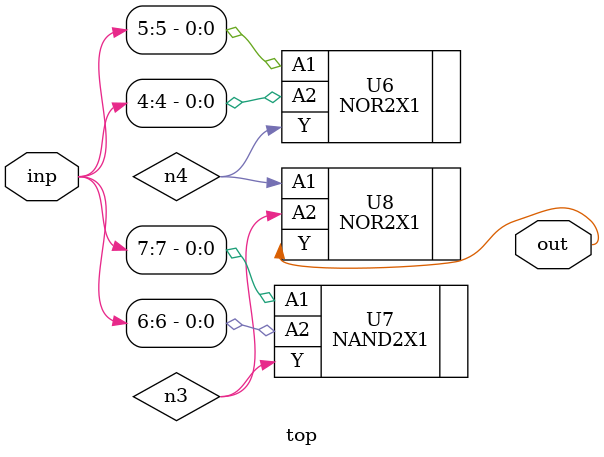
<source format=sv>


module top ( inp, out );
  input [7:0] inp;
  output out;
  wire   n3, n4;

  NOR2X1 U6 ( .A1(inp[5]), .A2(inp[4]), .Y(n4) );
  NAND2X1 U7 ( .A1(inp[7]), .A2(inp[6]), .Y(n3) );
  NOR2X1 U8 ( .A1(n4), .A2(n3), .Y(out) );
endmodule


</source>
